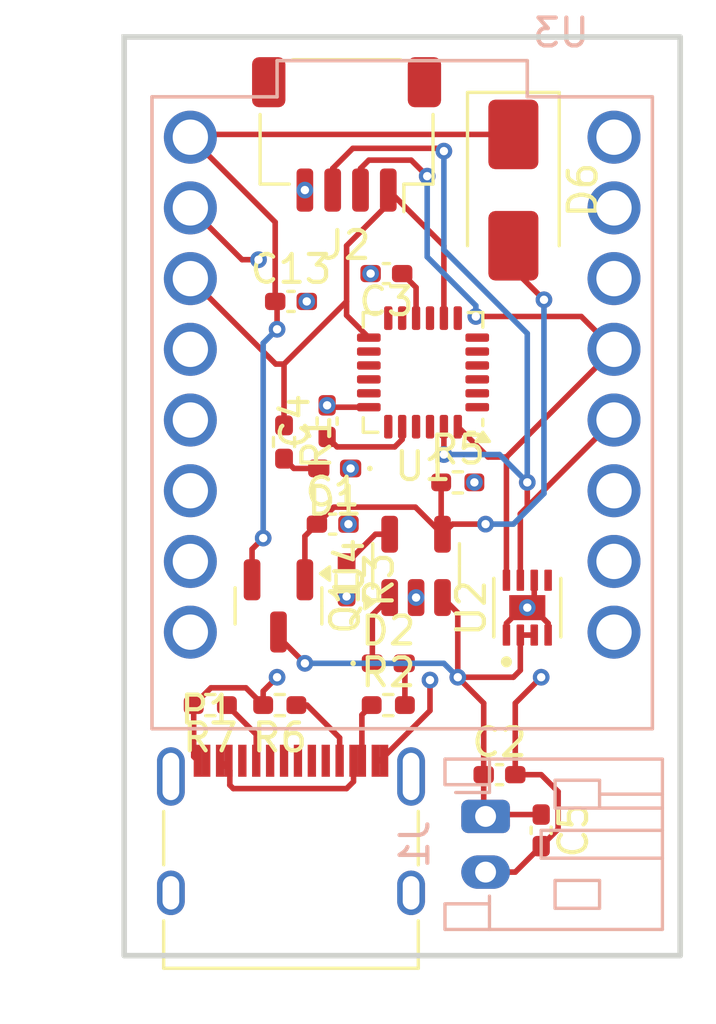
<source format=kicad_pcb>
(kicad_pcb (version 20240108) (generator "pcbnew") (generator_version "8.0")
  (layers (0 "F.Cu" signal) (31 "B.Cu" signal) (34 "B.Paste" user) (35 "F.Paste" user) (36 "B.SilkS" user "B.Silkscreen") (37 "F.SilkS" user "F.Silkscreen") (38 "B.Mask" user) (39 "F.Mask" user) (44 "Edge.Cuts" user))
  (net 0 "")
  (net 1 "SDA")
  (net 2 "SCL")
  (net 3 "+3V3")
  (net 4 "Net-(P1-CC2)")
  (net 5 "Net-(U1-REGOUT)")
  (net 6 "GND")
  (net 7 "Net-(U1-CPOUT)")
  (net 8 "Net-(P1-CC1)")
  (net 9 "+5V")
  (net 10 "+BATT")
  (net 11 "Net-(D2-K)")
  (net 12 "Net-(U4-PROG)")
  (net 27 "VBUS")
  (net 28 "Net-(D1-A)")
  (net 29 "Net-(D2-A)")
  (footprint "Capacitor_SMD:C_0402_1005Metric_Pad0.74x0.62mm_HandSolder" (layer "F.Cu") (at 189.5 64)
    (property "Reference" "C1" (at 0 -1.16 360) (layer "F.SilkS"))
    (property "Value" "4.7uF")
    (fp_line (start -0.115835 -0.36) (end 0.115835 -0.36) (stroke (width 0.12)) (layer "F.SilkS"))
    (fp_line (start -0.115835 0.36) (end 0.115835 0.36) (stroke (width 0.12)) (layer "F.SilkS"))
    (pad "1" smd roundrect (at -0.5675 0) (size 0.735 0.62) (layers "F.Cu" "F.Paste" "F.Mask") (net 27 "VBUS"))
    (pad "2" smd roundrect (at 0.5675 0) (size 0.735 0.62) (layers "F.Cu" "F.Paste" "F.Mask") (net 6 "GND"))
  )
  (footprint "Capacitor_SMD:C_0402_1005Metric_Pad0.74x0.62mm_HandSolder" (layer "F.Cu") (at 191.4325 55)
    (property "Reference" "C3" (at 0 1 360) (layer "F.SilkS"))
    (property "Value" "2.2nF")
    (fp_line (start -0.115835 -0.36) (end 0.115835 -0.36) (stroke (width 0.12)) (layer "F.SilkS"))
    (fp_line (start -0.115835 0.36) (end 0.115835 0.36) (stroke (width 0.12)) (layer "F.SilkS"))
    (pad "1" smd roundrect (at -0.5675 0) (size 0.735 0.62) (layers "F.Cu" "F.Paste" "F.Mask") (net 6 "GND"))
    (pad "2" smd roundrect (at 0.5675 0) (size 0.735 0.62) (layers "F.Cu" "F.Paste" "F.Mask") (net 5 "Net-(U1-REGOUT)"))
  )
  (footprint "Resistor_SMD:R_0402_1005Metric_Pad0.72x0.64mm_HandSolder" (layer "F.Cu") (at 190 66 -90)
    (property "Reference" "R3" (at 0 -1.17 90) (layer "F.SilkS"))
    (property "Value" "2K")
    (fp_line (start -0.167621 0.38) (end 0.167621 0.38) (stroke (width 0.12)) (layer "F.SilkS"))
    (fp_line (start -0.167621 -0.38) (end 0.167621 -0.38) (stroke (width 0.12)) (layer "F.SilkS"))
    (pad "1" smd roundrect (at -0.5975 0 270) (size 0.715 0.64) (layers "F.Cu" "F.Paste" "F.Mask") (net 12 "Net-(U4-PROG)"))
    (pad "2" smd roundrect (at 0.5975 0 270) (size 0.715 0.64) (layers "F.Cu" "F.Paste" "F.Mask") (net 6 "GND"))
  )
  (footprint "Resistor_SMD:R_0402_1005Metric_Pad0.72x0.64mm_HandSolder" (layer "F.Cu") (at 185.0975 70.5 180)
    (property "Reference" "R7" (at 0 -1.17 360) (layer "F.SilkS"))
    (property "Value" "5.1K")
    (fp_line (start -0.167621 0.38) (end 0.167621 0.38) (stroke (width 0.12)) (layer "F.SilkS"))
    (fp_line (start -0.167621 -0.38) (end 0.167621 -0.38) (stroke (width 0.12)) (layer "F.SilkS"))
    (pad "1" smd roundrect (at -0.5975 0 180) (size 0.715 0.64) (layers "F.Cu" "F.Paste" "F.Mask") (net 8 "Net-(P1-CC1)"))
    (pad "2" smd roundrect (at 0.5975 0 180) (size 0.715 0.64) (layers "F.Cu" "F.Paste" "F.Mask") (net 6 "GND"))
  )
  (footprint "Diode_SMD:D_SMA" (layer "F.Cu") (at 196 52 -90)
    (property "Reference" "D6" (at 0 -2.5 90) (layer "F.SilkS"))
    (property "Value" "SS34")
    (fp_line (start -3.51 1.65) (end 2 1.65) (stroke (width 0.12)) (layer "F.SilkS"))
    (fp_line (start -3.51 -1.65) (end -3.51 1.65) (stroke (width 0.12)) (layer "F.SilkS"))
    (fp_line (start -3.51 -1.65) (end 2 -1.65) (stroke (width 0.12)) (layer "F.SilkS"))
    (pad "1" smd roundrect (at -2 0 270) (size 2.5 1.8) (layers "F.Cu" "F.Paste" "F.Mask") (roundrect_rratio 0.1388888889) (net 9 "+5V"))
    (pad "2" smd roundrect (at 2 0 270) (size 2.5 1.8) (layers "F.Cu" "F.Paste" "F.Mask") (roundrect_rratio 0.1388888889) (net 27 "VBUS"))
  )
  (footprint "Sensor_Motion:InvenSense_QFN-24_4x4mm_P0.5mm" (layer "F.Cu") (at 192.75 58.55 180)
    (property "Reference" "U1" (at 0 -3.375 360) (layer "F.SilkS"))
    (property "Value" "MPU-6050")
    (fp_line (start 2.15 2.15) (end 2.15 1.625) (stroke (width 0.12)) (layer "F.SilkS"))
    (fp_line (start 2.15 2.15) (end 1.625 2.15) (stroke (width 0.12)) (layer "F.SilkS"))
    (fp_line (start 2.15 -2.15) (end 2.15 -1.625) (stroke (width 0.12)) (layer "F.SilkS"))
    (fp_line (start 2.15 -2.15) (end 1.625 -2.15) (stroke (width 0.12)) (layer "F.SilkS"))
    (fp_line (start -1.625 -2.15) (end -1.85 -2.15) (stroke (width 0.12)) (layer "F.SilkS"))
    (fp_line (start -2.15 2.15) (end -1.625 2.15) (stroke (width 0.12)) (layer "F.SilkS"))
    (fp_line (start -2.15 2.15) (end -2.15 1.625) (stroke (width 0.12)) (layer "F.SilkS"))
    (fp_line (start -2.15 -1.685) (end -2.15 -1.91) (stroke (width 0.12)) (layer "F.SilkS"))
    (fp_poly (pts (xy -2.15 -2.15) (xy -2.39 -2.48) (xy -1.91 -2.48) (xy -2.15 -2.15)) (stroke (width 0.12)) (fill solid) (layer "F.SilkS"))
    (pad "1" smd roundrect (at -1.95 -1.25 180) (size 0.85 0.3) (layers "F.Cu" "F.Paste" "F.Mask"))
    (pad "2" smd roundrect (at -1.95 -0.75 180) (size 0.85 0.3) (layers "F.Cu" "F.Paste" "F.Mask"))
    (pad "3" smd roundrect (at -1.95 -0.25 180) (size 0.85 0.3) (layers "F.Cu" "F.Paste" "F.Mask"))
    (pad "4" smd roundrect (at -1.95 0.25 180) (size 0.85 0.3) (layers "F.Cu" "F.Paste" "F.Mask"))
    (pad "5" smd roundrect (at -1.95 0.75 180) (size 0.85 0.3) (layers "F.Cu" "F.Paste" "F.Mask"))
    (pad "6" smd roundrect (at -1.95 1.25 180) (size 0.85 0.3) (layers "F.Cu" "F.Paste" "F.Mask"))
    (pad "7" smd roundrect (at -1.25 1.95 270) (size 0.85 0.3) (layers "F.Cu" "F.Paste" "F.Mask"))
    (pad "8" smd roundrect (at -0.75 1.95 270) (size 0.85 0.3) (layers "F.Cu" "F.Paste" "F.Mask") (net 3 "+3V3"))
    (pad "9" smd roundrect (at -0.25 1.95 270) (size 0.85 0.3) (layers "F.Cu" "F.Paste" "F.Mask"))
    (pad "10" smd roundrect (at 0.25 1.95 270) (size 0.85 0.3) (layers "F.Cu" "F.Paste" "F.Mask") (net 5 "Net-(U1-REGOUT)"))
    (pad "11" smd roundrect (at 0.75 1.95 270) (size 0.85 0.3) (layers "F.Cu" "F.Paste" "F.Mask"))
    (pad "12" smd roundrect (at 1.25 1.95 270) (size 0.85 0.3) (layers "F.Cu" "F.Paste" "F.Mask"))
    (pad "13" smd roundrect (at 1.95 1.25 180) (size 0.85 0.3) (layers "F.Cu" "F.Paste" "F.Mask") (net 3 "+3V3"))
    (pad "14" smd roundrect (at 1.95 0.75 180) (size 0.85 0.3) (layers "F.Cu" "F.Paste" "F.Mask"))
    (pad "15" smd roundrect (at 1.95 0.25 180) (size 0.85 0.3) (layers "F.Cu" "F.Paste" "F.Mask"))
    (pad "16" smd roundrect (at 1.95 -0.25 180) (size 0.85 0.3) (layers "F.Cu" "F.Paste" "F.Mask"))
    (pad "17" smd roundrect (at 1.95 -0.75 180) (size 0.85 0.3) (layers "F.Cu" "F.Paste" "F.Mask"))
    (pad "18" smd roundrect (at 1.95 -1.25 180) (size 0.85 0.3) (layers "F.Cu" "F.Paste" "F.Mask") (net 6 "GND"))
    (pad "19" smd roundrect (at 1.25 -1.95 270) (size 0.85 0.3) (layers "F.Cu" "F.Paste" "F.Mask"))
    (pad "20" smd roundrect (at 0.75 -1.95 270) (size 0.85 0.3) (layers "F.Cu" "F.Paste" "F.Mask") (net 7 "Net-(U1-CPOUT)"))
    (pad "21" smd roundrect (at 0.25 -1.95 270) (size 0.85 0.3) (layers "F.Cu" "F.Paste" "F.Mask"))
    (pad "22" smd roundrect (at -0.25 -1.95 270) (size 0.85 0.3) (layers "F.Cu" "F.Paste" "F.Mask"))
    (pad "23" smd roundrect (at -0.75 -1.95 270) (size 0.85 0.3) (layers "F.Cu" "F.Paste" "F.Mask") (net 2 "SCL"))
    (pad "24" smd roundrect (at -1.25 -1.95 270) (size 0.85 0.3) (layers "F.Cu" "F.Paste" "F.Mask") (net 1 "SDA"))
  )
  (footprint "Capacitor_SMD:C_0402_1005Metric_Pad0.74x0.62mm_HandSolder" (layer "F.Cu") (at 197 75 -90)
    (property "Reference" "C5" (at 0 -1.16 90) (layer "F.SilkS"))
    (property "Value" "1.0uF")
    (fp_line (start -0.115835 0.36) (end 0.115835 0.36) (stroke (width 0.12)) (layer "F.SilkS"))
    (fp_line (start -0.115835 -0.36) (end 0.115835 -0.36) (stroke (width 0.12)) (layer "F.SilkS"))
    (pad "1" smd roundrect (at -0.5675 0 270) (size 0.735 0.62) (layers "F.Cu" "F.Paste" "F.Mask") (net 10 "+BATT"))
    (pad "2" smd roundrect (at 0.5675 0 270) (size 0.735 0.62) (layers "F.Cu" "F.Paste" "F.Mask") (net 6 "GND"))
  )
  (footprint "Capacitor_SMD:C_0402_1005Metric_Pad0.74x0.62mm_HandSolder" (layer "F.Cu") (at 189.3 60.3 90)
    (property "Reference" "C4" (at 0 -1.16 90) (layer "F.SilkS"))
    (property "Value" "0.1uF")
    (fp_line (start -0.115835 -0.36) (end 0.115835 -0.36) (stroke (width 0.12)) (layer "F.SilkS"))
    (fp_line (start -0.115835 0.36) (end 0.115835 0.36) (stroke (width 0.12)) (layer "F.SilkS"))
    (pad "1" smd roundrect (at -0.5675 0 90) (size 0.735 0.62) (layers "F.Cu" "F.Paste" "F.Mask") (net 7 "Net-(U1-CPOUT)"))
    (pad "2" smd roundrect (at 0.5675 0 90) (size 0.735 0.62) (layers "F.Cu" "F.Paste" "F.Mask") (net 6 "GND"))
  )
  (footprint "Package_TO_SOT_SMD:SOT-23-5" (layer "F.Cu") (at 192.5 65.5 90)
    (property "Reference" "U4" (at 0 -2.4 90) (layer "F.SilkS"))
    (property "Value" "MCP73831-2-OT")
    (fp_line (start 0 -1.56) (end 0.8 -1.56) (stroke (width 0.12)) (layer "F.SilkS"))
    (fp_line (start 0 -1.56) (end -0.8 -1.56) (stroke (width 0.12)) (layer "F.SilkS"))
    (fp_line (start 0 1.56) (end 0.8 1.56) (stroke (width 0.12)) (layer "F.SilkS"))
    (fp_line (start 0 1.56) (end -0.8 1.56) (stroke (width 0.12)) (layer "F.SilkS"))
    (fp_poly (pts (xy -1.3 -1.51) (xy -1.54 -1.84) (xy -1.06 -1.84) (xy -1.3 -1.51)) (stroke (width 0.12)) (fill solid) (layer "F.SilkS"))
    (pad "1" smd roundrect (at -1.1375 -0.95 90) (size 1.325 0.6) (layers "F.Cu" "F.Paste" "F.Mask") (net 11 "Net-(D2-K)"))
    (pad "2" smd roundrect (at -1.1375 0 90) (size 1.325 0.6) (layers "F.Cu" "F.Paste" "F.Mask") (net 6 "GND"))
    (pad "3" smd roundrect (at -1.1375 0.95 90) (size 1.325 0.6) (layers "F.Cu" "F.Paste" "F.Mask") (net 10 "+BATT"))
    (pad "4" smd roundrect (at 1.1375 0.95 90) (size 1.325 0.6) (layers "F.Cu" "F.Paste" "F.Mask") (net 27 "VBUS"))
    (pad "5" smd roundrect (at 1.1375 -0.95 90) (size 1.325 0.6) (layers "F.Cu" "F.Paste" "F.Mask") (net 12 "Net-(U4-PROG)"))
  )
  (footprint "LED_SMD:LED_0402_1005Metric_Pad0.77x0.64mm_HandSolder" (layer "F.Cu") (at 191.5 69)
    (property "Reference" "D2" (at 0 -1.17 0) (layer "F.SilkS"))
    (property "Value" "LED")
    (fp_circle (center -1.265 0) (end -1.215 0) (stroke (width 0.1)) (fill none) (layer "F.SilkS"))
    (pad "1" smd roundrect (at -0.5725 0) (size 0.765 0.64) (layers "F.Cu" "F.Paste" "F.Mask") (net 11 "Net-(D2-K)"))
    (pad "2" smd roundrect (at 0.5725 0) (size 0.765 0.64) (layers "F.Cu" "F.Paste" "F.Mask") (net 29 "Net-(D2-A)"))
  )
  (footprint "Resistor_SMD:R_0402_1005Metric_Pad0.72x0.64mm_HandSolder" (layer "F.Cu") (at 191.5 70.5)
    (property "Reference" "R2" (at 0 -1.17 360) (layer "F.SilkS"))
    (property "Value" "1K")
    (fp_line (start -0.167621 -0.38) (end 0.167621 -0.38) (stroke (width 0.12)) (layer "F.SilkS"))
    (fp_line (start -0.167621 0.38) (end 0.167621 0.38) (stroke (width 0.12)) (layer "F.SilkS"))
    (pad "1" smd roundrect (at -0.5975 0) (size 0.715 0.64) (layers "F.Cu" "F.Paste" "F.Mask") (net 27 "VBUS"))
    (pad "2" smd roundrect (at 0.5975 0) (size 0.715 0.64) (layers "F.Cu" "F.Paste" "F.Mask") (net 29 "Net-(D2-A)"))
  )
  (footprint "Custom:SON50P200X200X80-9N" (layer "F.Cu") (at 196.5 67 90)
    (property "Reference" "U2" (at -0.015 -2.017 90) (layer "F.SilkS"))
    (property "Value" "MAX17048G_T10")
    (fp_line (start -1.05 -1.205) (end 1.05 -1.205) (stroke (width 0.127)) (layer "F.SilkS"))
    (fp_line (start -1.05 1.205) (end 1.05 1.205) (stroke (width 0.127)) (layer "F.SilkS"))
    (fp_circle (center -1.945 -0.75) (end -1.845 -0.75) (stroke (width 0.2)) (fill none) (layer "F.SilkS"))
    (pad "1" smd roundrect (at -0.985 -0.75 90) (size 0.76 0.27) (layers "F.Cu" "F.Paste" "F.Mask") (roundrect_rratio 0.125) (net 6 "GND"))
    (pad "2" smd roundrect (at -0.985 -0.25 90) (size 0.76 0.27) (layers "F.Cu" "F.Paste" "F.Mask") (roundrect_rratio 0.125) (net 10 "+BATT"))
    (pad "3" smd roundrect (at -0.985 0.25 90) (size 0.76 0.27) (layers "F.Cu" "F.Paste" "F.Mask") (roundrect_rratio 0.125) (net 10 "+BATT"))
    (pad "4" smd roundrect (at -0.985 0.75 90) (size 0.76 0.27) (layers "F.Cu" "F.Paste" "F.Mask") (roundrect_rratio 0.125) (net 6 "GND"))
    (pad "5" smd roundrect (at 0.985 0.75 90) (size 0.76 0.27) (layers "F.Cu" "F.Paste" "F.Mask") (roundrect_rratio 0.125))
    (pad "6" smd roundrect (at 0.985 0.25 90) (size 0.76 0.27) (layers "F.Cu" "F.Paste" "F.Mask") (roundrect_rratio 0.125) (net 6 "GND"))
    (pad "7" smd roundrect (at 0.985 -0.25 90) (size 0.76 0.27) (layers "F.Cu" "F.Paste" "F.Mask") (roundrect_rratio 0.125) (net 2 "SCL"))
    (pad "8" smd roundrect (at 0.985 -0.75 90) (size 0.76 0.27) (layers "F.Cu" "F.Paste" "F.Mask") (roundrect_rratio 0.125) (net 1 "SDA"))
    (pad "9" smd rect (at 0 0 90) (size 0.9 1.3) (layers "F.Cu" "F.Mask") (net 6 "GND"))
  )
  (footprint "LED_SMD:LED_0402_1005Metric_Pad0.77x0.64mm_HandSolder" (layer "F.Cu") (at 189.5725 62 180)
    (property "Reference" "D1" (at 0 -1.17 360) (layer "F.SilkS"))
    (property "Value" "LED")
    (fp_circle (center -1.265 0) (end -1.215 0) (stroke (width 0.1)) (fill none) (layer "F.SilkS"))
    (pad "1" smd roundrect (at -0.5725 0 180) (size 0.765 0.64) (layers "F.Cu" "F.Paste" "F.Mask") (net 6 "GND"))
    (pad "2" smd roundrect (at 0.5725 0 180) (size 0.765 0.64) (layers "F.Cu" "F.Paste" "F.Mask") (net 28 "Net-(D1-A)"))
  )
  (footprint "Capacitor_SMD:C_0402_1005Metric_Pad0.74x0.62mm_HandSolder" (layer "F.Cu") (at 195.5 73)
    (property "Reference" "C2" (at 0 -1.16 360) (layer "F.SilkS"))
    (property "Value" "4.7uF")
    (fp_line (start -0.115835 -0.36) (end 0.115835 -0.36) (stroke (width 0.12)) (layer "F.SilkS"))
    (fp_line (start -0.115835 0.36) (end 0.115835 0.36) (stroke (width 0.12)) (layer "F.SilkS"))
    (pad "1" smd roundrect (at -0.5675 0) (size 0.735 0.62) (layers "F.Cu" "F.Paste" "F.Mask") (net 10 "+BATT"))
    (pad "2" smd roundrect (at 0.5675 0) (size 0.735 0.62) (layers "F.Cu" "F.Paste" "F.Mask") (net 6 "GND"))
  )
  (footprint "Resistor_SMD:R_0402_1005Metric_Pad0.72x0.64mm_HandSolder" (layer "F.Cu") (at 187.75 61.05 -90)
    (property "Reference" "R1" (at 0 -1.17 90) (layer "F.SilkS"))
    (property "Value" "1K")
    (fp_line (start -0.167621 0.38) (end 0.167621 0.38) (stroke (width 0.12)) (layer "F.SilkS"))
    (fp_line (start -0.167621 -0.38) (end 0.167621 -0.38) (stroke (width 0.12)) (layer "F.SilkS"))
    (pad "1" smd roundrect (at -0.5975 0 270) (size 0.715 0.64) (layers "F.Cu" "F.Paste" "F.Mask") (net 3 "+3V3"))
    (pad "2" smd roundrect (at 0.5975 0 270) (size 0.715 0.64) (layers "F.Cu" "F.Paste" "F.Mask") (net 28 "Net-(D1-A)"))
  )
  (footprint "Package_TO_SOT_SMD:SOT-23" (layer "F.Cu") (at 187.55 66.9375 -90)
    (property "Reference" "Q1" (at 0 -2.4 90) (layer "F.SilkS"))
    (property "Value" "AO3401A")
    (fp_line (start 0 1.56) (end -0.65 1.56) (stroke (width 0.12)) (layer "F.SilkS"))
    (fp_line (start 0 1.56) (end 0.65 1.56) (stroke (width 0.12)) (layer "F.SilkS"))
    (fp_line (start 0 -1.56) (end -0.65 -1.56) (stroke (width 0.12)) (layer "F.SilkS"))
    (fp_line (start 0 -1.56) (end 0.65 -1.56) (stroke (width 0.12)) (layer "F.SilkS"))
    (fp_poly (pts (xy -1.1625 -1.51) (xy -1.4025 -1.84) (xy -0.9225 -1.84) (xy -1.1625 -1.51)) (stroke (width 0.12)) (fill solid) (layer "F.SilkS"))
    (pad "1" smd roundrect (at -0.9375 -0.95 270) (size 1.475 0.6) (layers "F.Cu" "F.Paste" "F.Mask") (net 27 "VBUS"))
    (pad "2" smd roundrect (at -0.9375 0.95 270) (size 1.475 0.6) (layers "F.Cu" "F.Paste" "F.Mask") (net 9 "+5V"))
    (pad "3" smd roundrect (at 0.9375 0 270) (size 1.475 0.6) (layers "F.Cu" "F.Paste" "F.Mask") (net 10 "+BATT"))
  )
  (footprint "Connector_USB:USB_C_Receptacle_XKB_U262-16XN-4BVC11" (layer "F.Cu") (at 188 76.17)
    (property "Reference" "P1" (at -3 -5.5 360) (layer "F.SilkS"))
    (property "Value" "USB_C_Plug_USB2.0")
    (fp_line (start -4.58 -1.85) (end -4.58 0.07) (stroke (width 0.12)) (layer "F.SilkS"))
    (fp_line (start -4.58 3.785) (end -4.58 2.08) (stroke (width 0.12)) (layer "F.SilkS"))
    (fp_line (start 4.58 0.07) (end 4.58 -1.85) (stroke (width 0.12)) (layer "F.SilkS"))
    (fp_line (start 4.58 2.08) (end 4.58 3.785) (stroke (width 0.12)) (layer "F.SilkS"))
    (fp_line (start 4.58 3.785) (end -4.58 3.785) (stroke (width 0.12)) (layer "F.SilkS"))
    (pad "" np_thru_hole circle (at -2.89 -2.605) (size 0.65 0.65) (drill 0.65) (layers "*.Cu" "*.Mask"))
    (pad "" np_thru_hole circle (at 2.89 -2.605) (size 0.65 0.65) (drill 0.65) (layers "*.Cu" "*.Mask"))
    (pad "A1" smd rect (at -3.35 -3.67) (size 0.3 1.15) (layers "F.Cu" "F.Paste" "F.Mask") (net 6 "GND"))
    (pad "A4" smd rect (at -2.55 -3.67) (size 0.3 1.15) (layers "F.Cu" "F.Paste" "F.Mask") (net 27 "VBUS"))
    (pad "A5" smd rect (at -1.25 -3.67) (size 0.3 1.15) (layers "F.Cu" "F.Paste" "F.Mask") (net 8 "Net-(P1-CC1)"))
    (pad "A6" smd rect (at -0.25 -3.67) (size 0.3 1.15) (layers "F.Cu" "F.Paste" "F.Mask"))
    (pad "A7" smd rect (at 0.25 -3.67) (size 0.3 1.15) (layers "F.Cu" "F.Paste" "F.Mask"))
    (pad "A8" smd rect (at 1.25 -3.67) (size 0.3 1.15) (layers "F.Cu" "F.Paste" "F.Mask"))
    (pad "A9" smd rect (at 2.55 -3.67) (size 0.3 1.15) (layers "F.Cu" "F.Paste" "F.Mask") (net 27 "VBUS"))
    (pad "A12" smd rect (at 3.35 -3.67) (size 0.3 1.15) (layers "F.Cu" "F.Paste" "F.Mask") (net 6 "GND"))
    (pad "B1" smd rect (at 3.05 -3.67) (size 0.3 1.15) (layers "F.Cu" "F.Paste" "F.Mask") (net 6 "GND"))
    (pad "B4" smd rect (at 2.25 -3.67) (size 0.3 1.15) (layers "F.Cu" "F.Paste" "F.Mask") (net 27 "VBUS"))
    (pad "B5" smd rect (at 1.75 -3.67) (size 0.3 1.15) (layers "F.Cu" "F.Paste" "F.Mask") (net 4 "Net-(P1-CC2)"))
    (pad "B6" smd rect (at 0.75 -3.67) (size 0.3 1.15) (layers "F.Cu" "F.Paste" "F.Mask"))
    (pad "B7" smd rect (at -0.75 -3.67) (size 0.3 1.15) (layers "F.Cu" "F.Paste" "F.Mask"))
    (pad "B8" smd rect (at -1.75 -3.67) (size 0.3 1.15) (layers "F.Cu" "F.Paste" "F.Mask"))
    (pad "B9" smd rect (at -2.25 -3.67) (size 0.3 1.15) (layers "F.Cu" "F.Paste" "F.Mask") (net 27 "VBUS"))
    (pad "B12" smd rect (at -3.05 -3.67) (size 0.3 1.15) (layers "F.Cu" "F.Paste" "F.Mask") (net 6 "GND"))
    (pad "S1" thru_hole oval (at -4.32 -3.105) (size 1 2.1) (drill oval 0.6 1.7) (property pad_prop_heatsink) (layers "*.Cu" "*.Mask"))
    (pad "S1" thru_hole oval (at -4.32 1.075) (size 1 1.6) (drill oval 0.6 1.2) (property pad_prop_heatsink) (layers "*.Cu" "*.Mask"))
    (pad "S1" thru_hole oval (at 4.32 -3.105) (size 1 2.1) (drill oval 0.6 1.7) (property pad_prop_heatsink) (layers "*.Cu" "*.Mask"))
    (pad "S1" thru_hole oval (at 4.32 1.075) (size 1 1.6) (drill oval 0.6 1.2) (property pad_prop_heatsink) (layers "*.Cu" "*.Mask"))
  )
  (footprint "Capacitor_SMD:C_0402_1005Metric_Pad0.74x0.62mm_HandSolder" (layer "F.Cu") (at 188 56)
    (property "Reference" "C13" (at 0 -1.16 0) (layer "F.SilkS"))
    (property "Value" "1.0uF")
    (fp_line (start -0.115835 -0.36) (end 0.115835 -0.36) (stroke (width 0.12)) (layer "F.SilkS"))
    (fp_line (start -0.115835 0.36) (end 0.115835 0.36) (stroke (width 0.12)) (layer "F.SilkS"))
    (pad "1" smd roundrect (at -0.5675 0) (size 0.735 0.62) (layers "F.Cu" "F.Paste" "F.Mask") (net 9 "+5V"))
    (pad "2" smd roundrect (at 0.5675 0) (size 0.735 0.62) (layers "F.Cu" "F.Paste" "F.Mask") (net 6 "GND"))
  )
  (footprint "Resistor_SMD:R_0402_1005Metric_Pad0.72x0.64mm_HandSolder" (layer "F.Cu") (at 194 62.5)
    (property "Reference" "R5" (at 0 -1.17 360) (layer "F.SilkS"))
    (property "Value" "10K")
    (fp_line (start -0.167621 -0.38) (end 0.167621 -0.38) (stroke (width 0.12)) (layer "F.SilkS"))
    (fp_line (start -0.167621 0.38) (end 0.167621 0.38) (stroke (width 0.12)) (layer "F.SilkS"))
    (pad "1" smd roundrect (at -0.5975 0) (size 0.715 0.64) (layers "F.Cu" "F.Paste" "F.Mask") (net 27 "VBUS"))
    (pad "2" smd roundrect (at 0.5975 0) (size 0.715 0.64) (layers "F.Cu" "F.Paste" "F.Mask") (net 6 "GND"))
  )
  (footprint "Connector_JST:JST_SH_SM04B-SRSS-TB_1x04-1MP_P1.00mm_Horizontal" (layer "F.Cu") (at 190 50 180)
    (property "Reference" "J2" (at 0 -3.98 360) (layer "F.SilkS"))
    (property "Value" "Sh 1.0")
    (fp_line (start 3.11 0.715) (end 3.11 -1.785) (stroke (width 0.12)) (layer "F.SilkS"))
    (fp_line (start 3.11 -1.785) (end 2.06 -1.785) (stroke (width 0.12)) (layer "F.SilkS"))
    (fp_line (start -1.94 2.685) (end 1.94 2.685) (stroke (width 0.12)) (layer "F.SilkS"))
    (fp_line (start -2.06 -1.785) (end -2.06 -2.775) (stroke (width 0.12)) (layer "F.SilkS"))
    (fp_line (start -3.11 0.715) (end -3.11 -1.785) (stroke (width 0.12)) (layer "F.SilkS"))
    (fp_line (start -3.11 -1.785) (end -2.06 -1.785) (stroke (width 0.12)) (layer "F.SilkS"))
    (pad "1" smd roundrect (at -1.5 -2 180) (size 0.6 1.55) (layers "F.Cu" "F.Paste" "F.Mask") (net 3 "+3V3"))
    (pad "2" smd roundrect (at -0.5 -2 180) (size 0.6 1.55) (layers "F.Cu" "F.Paste" "F.Mask") (net 1 "SDA"))
    (pad "3" smd roundrect (at 0.5 -2 180) (size 0.6 1.55) (layers "F.Cu" "F.Paste" "F.Mask") (net 2 "SCL"))
    (pad "4" smd roundrect (at 1.5 -2 180) (size 0.6 1.55) (layers "F.Cu" "F.Paste" "F.Mask") (net 6 "GND"))
    (pad "MP" smd roundrect (at -2.8 1.875 180) (size 1.2 1.8) (layers "F.Cu" "F.Paste" "F.Mask") (roundrect_rratio 0.208333))
    (pad "MP" smd roundrect (at 2.8 1.875 180) (size 1.2 1.8) (layers "F.Cu" "F.Paste" "F.Mask") (roundrect_rratio 0.208333))
  )
  (footprint "Resistor_SMD:R_0402_1005Metric_Pad0.72x0.64mm_HandSolder" (layer "F.Cu") (at 187.5975 70.5 180)
    (property "Reference" "R6" (at 0 -1.17 360) (layer "F.SilkS"))
    (property "Value" "5.1K")
    (fp_line (start -0.167621 0.38) (end 0.167621 0.38) (stroke (width 0.12)) (layer "F.SilkS"))
    (fp_line (start -0.167621 -0.38) (end 0.167621 -0.38) (stroke (width 0.12)) (layer "F.SilkS"))
    (pad "1" smd roundrect (at -0.5975 0 180) (size 0.715 0.64) (layers "F.Cu" "F.Paste" "F.Mask") (net 4 "Net-(P1-CC2)"))
    (pad "2" smd roundrect (at 0.5975 0 180) (size 0.715 0.64) (layers "F.Cu" "F.Paste" "F.Mask") (net 6 "GND"))
  )
  (footprint "Custom:ESP32C3_Supermini_THT" (layer "B.Cu") (at 192 60 180)
    (property "Reference" "U3" (at -5.715 13.6525 0) (layer "B.SilkS") (effects (justify mirror)))
    (property "Value" "ESP32C3_SuperMini")
    (fp_line (start 9 11.35) (end 9 -11.35) (stroke (width 0.127)) (layer "B.SilkS"))
    (fp_line (start 4.5 11.35) (end 9 11.35) (stroke (width 0.127)) (layer "B.SilkS"))
    (fp_line (start 4.5 11.35) (end 4.5 12.65) (stroke (width 0.127)) (layer "B.SilkS"))
    (fp_line (start -4.5 12.65) (end 4.5 12.65) (stroke (width 0.127)) (layer "B.SilkS"))
    (fp_line (start -4.5 11.35) (end -4.5 12.65) (stroke (width 0.127)) (layer "B.SilkS"))
    (fp_line (start -9 11.35) (end -4.5 11.35) (stroke (width 0.127)) (layer "B.SilkS"))
    (fp_line (start -9 11.35) (end -9 -11.35) (stroke (width 0.127)) (layer "B.SilkS"))
    (fp_line (start -9 -11.35) (end 9 -11.35) (stroke (width 0.127)) (layer "B.SilkS"))
    (pad "0" thru_hole circle (at 7.62 -7.88 180) (size 1.905 1.905) (drill 1.27) (layers "*.Cu" "*.Mask"))
    (pad "1" thru_hole circle (at 7.62 -5.34 180) (size 1.905 1.905) (drill 1.27) (layers "*.Cu" "*.Mask"))
    (pad "2" thru_hole circle (at 7.62 -2.8 180) (size 1.905 1.905) (drill 1.27) (layers "*.Cu" "*.Mask"))
    (pad "3" thru_hole circle (at 7.62 -0.26 180) (size 1.905 1.905) (drill 1.27) (layers "*.Cu" "*.Mask"))
    (pad "3.3" thru_hole circle (at 7.62 4.82 180) (size 1.905 1.905) (drill 1.27) (layers "*.Cu" "*.Mask") (net 3 "+3V3"))
    (pad "4" thru_hole circle (at 7.62 2.28 180) (size 1.905 1.905) (drill 1.27) (layers "*.Cu" "*.Mask"))
    (pad "5" thru_hole circle (at -7.62 9.9 180) (size 1.905 1.905) (drill 1.27) (layers "*.Cu" "*.Mask"))
    (pad "5V" thru_hole circle (at 7.62 9.9 180) (size 1.905 1.905) (drill 1.27) (layers "*.Cu" "*.Mask") (net 9 "+5V"))
    (pad "6" thru_hole circle (at -7.62 7.36 180) (size 1.905 1.905) (drill 1.27) (layers "*.Cu" "*.Mask"))
    (pad "7" thru_hole circle (at -7.62 4.82 180) (size 1.905 1.905) (drill 1.27) (layers "*.Cu" "*.Mask"))
    (pad "8" thru_hole circle (at -7.62 2.28 180) (size 1.905 1.905) (drill 1.27) (layers "*.Cu" "*.Mask") (net 1 "SDA"))
    (pad "9" thru_hole circle (at -7.62 -0.26 180) (size 1.905 1.905) (drill 1.27) (layers "*.Cu" "*.Mask") (net 2 "SCL"))
    (pad "10" thru_hole circle (at -7.62 -2.8 180) (size 1.905 1.905) (drill 1.27) (layers "*.Cu" "*.Mask"))
    (pad "20" thru_hole circle (at -7.62 -5.34 180) (size 1.905 1.905) (drill 1.27) (layers "*.Cu" "*.Mask"))
    (pad "21" thru_hole circle (at -7.62 -7.88 180) (size 1.905 1.905) (drill 1.27) (layers "*.Cu" "*.Mask"))
    (pad "G" thru_hole circle (at 7.62 7.36 180) (size 1.905 1.905) (drill 1.27) (layers "*.Cu" "*.Mask") (net 6 "GND"))
  )
  (footprint "Connector_JST:JST_PH_S2B-PH-K_1x02_P2.00mm_Horizontal" (layer "B.Cu") (at 195 74.5 -90)
    (property "Reference" "J1" (at 1 2.55 90) (layer "B.SilkS") (effects (justify mirror)))
    (property "Value" "Ph 2.0")
    (fp_line (start -2.06 1.46) (end -1.14 1.46) (stroke (width 0.12)) (layer "B.SilkS"))
    (fp_line (start -1.14 1.46) (end -1.14 -0.14) (stroke (width 0.12)) (layer "B.SilkS"))
    (fp_line (start 3.14 1.46) (end 4.06 1.46) (stroke (width 0.12)) (layer "B.SilkS"))
    (fp_line (start 4.06 1.46) (end 4.06 -6.36) (stroke (width 0.12)) (layer "B.SilkS"))
    (fp_line (start -0.86 1.075) (end -0.86 -0.14) (stroke (width 0.12)) (layer "B.SilkS"))
    (fp_line (start -1.14 -0.14) (end -2.06 -0.14) (stroke (width 0.12)) (layer "B.SilkS"))
    (fp_line (start -1.14 -0.14) (end -0.86 -0.14) (stroke (width 0.12)) (layer "B.SilkS"))
    (fp_line (start 2.86 -0.14) (end 3.14 -0.14) (stroke (width 0.12)) (layer "B.SilkS"))
    (fp_line (start 3.14 -0.14) (end 3.14 1.46) (stroke (width 0.12)) (layer "B.SilkS"))
    (fp_line (start 3.14 -0.14) (end 4.06 -0.14) (stroke (width 0.12)) (layer "B.SilkS"))
    (fp_line (start 0.5 -2) (end 0.5 -6.36) (stroke (width 0.12)) (layer "B.SilkS"))
    (fp_line (start 1.5 -2) (end 0.5 -2) (stroke (width 0.12)) (layer "B.SilkS"))
    (fp_line (start -1.3 -2.5) (end -0.3 -2.5) (stroke (width 0.12)) (layer "B.SilkS"))
    (fp_line (start -0.3 -2.5) (end -0.3 -4.1) (stroke (width 0.12)) (layer "B.SilkS"))
    (fp_line (start 2.3 -2.5) (end 2.3 -4.1) (stroke (width 0.12)) (layer "B.SilkS"))
    (fp_line (start 3.3 -2.5) (end 2.3 -2.5) (stroke (width 0.12)) (layer "B.SilkS"))
    (fp_line (start -1.3 -4.1) (end -1.3 -2.5) (stroke (width 0.12)) (layer "B.SilkS"))
    (fp_line (start -0.3 -4.1) (end -1.3 -4.1) (stroke (width 0.12)) (layer "B.SilkS"))
    (fp_line (start 2.3 -4.1) (end 3.3 -4.1) (stroke (width 0.12)) (layer "B.SilkS"))
    (fp_line (start 3.3 -4.1) (end 3.3 -2.5) (stroke (width 0.12)) (layer "B.SilkS"))
    (fp_line (start -2.06 -6.36) (end -2.06 1.46) (stroke (width 0.12)) (layer "B.SilkS"))
    (fp_line (start -0.8 -6.36) (end -0.8 -4.1) (stroke (width 0.12)) (layer "B.SilkS"))
    (fp_line (start -0.3 -6.36) (end -0.3 -4.1) (stroke (width 0.12)) (layer "B.SilkS"))
    (fp_line (start 1.5 -6.36) (end 1.5 -2) (stroke (width 0.12)) (layer "B.SilkS"))
    (fp_line (start 4.06 -6.36) (end -2.06 -6.36) (stroke (width 0.12)) (layer "B.SilkS"))
    (pad "1" thru_hole roundrect (at 0 0 270) (size 1.2 1.75) (drill 0.75) (layers "*.Cu" "*.Mask") (roundrect_rratio 0.208333) (net 10 "+BATT"))
    (pad "2" thru_hole oval (at 2 0 270) (size 1.2 1.75) (drill 0.75) (layers "*.Cu" "*.Mask") (net 6 "GND"))
  )
  (gr_rect (start 182 46.5) (end 202 79.5) (stroke (width 0.2)) (fill none) (layer "Edge.Cuts"))
  (segment (start 190.5 51.225001) (end 190.800001 50.925) (width 0.2) (layer "F.Cu") (net 1))
  (segment (start 195.75 66.015) (end 195.75 61.59) (width 0.2) (layer "F.Cu") (net 1))
  (segment (start 190.5 52) (end 190.5 51.225001) (width 0.2) (layer "F.Cu") (net 1))
  (segment (start 190.800001 50.925) (end 192.325 50.925) (width 0.2) (layer "F.Cu") (net 1))
  (segment (start 198.440535 56.540535) (end 199.62 57.72) (width 0.2) (layer "F.Cu") (net 1))
  (segment (start 194.649999 56.540535) (end 198.440535 56.540535) (width 0.2) (layer "F.Cu") (net 1))
  (segment (start 195.75 61.59) (end 199.62 57.72) (width 0.2) (layer "F.Cu") (net 1))
  (segment (start 194 60.5) (end 195.09 61.59) (width 0.2) (layer "F.Cu") (net 1))
  (segment (start 192.325 50.925) (end 192.9 51.5) (width 0.2) (layer "F.Cu") (net 1))
  (segment (start 195.09 61.59) (end 195.75 61.59) (width 0.2) (layer "F.Cu") (net 1))
  (via (at 194.649999 56.540535) (size 0.6) (drill 0.3) (layers "F.Cu" "B.Cu") (net 1))
  (via (at 192.9 51.5) (size 0.6) (drill 0.3) (layers "F.Cu" "B.Cu") (net 1))
  (segment (start 192.9 54.4) (end 194.649999 56.149999) (width 0.2) (layer "B.Cu") (net 1))
  (segment (start 194.649999 56.149999) (end 194.649999 56.540535) (width 0.2) (layer "B.Cu") (net 1))
  (segment (start 192.9 51.5) (end 192.9 54.4) (width 0.2) (layer "B.Cu") (net 1))
  (segment (start 189.5 52) (end 189.5 51.225001) (width 0.2) (layer "F.Cu") (net 2))
  (segment (start 196.5 63.38) (end 196.5 62.5) (width 0.2) (layer "F.Cu") (net 2))
  (segment (start 193.5 60.5) (end 193.5 61.5) (width 0.2) (layer "F.Cu") (net 2))
  (segment (start 196.25 63.63) (end 199.62 60.26) (width 0.2) (layer "F.Cu") (net 2))
  (segment (start 190.225001 50.5) (end 193.4 50.5) (width 0.2) (layer "F.Cu") (net 2))
  (segment (start 193.4 50.5) (end 193.5 50.6) (width 0.2) (layer "F.Cu") (net 2))
  (segment (start 196.25 63.63) (end 196.5 63.38) (width 0.2) (layer "F.Cu") (net 2))
  (segment (start 196.25 66.015) (end 196.25 63.63) (width 0.2) (layer "F.Cu") (net 2))
  (segment (start 189.5 51.225001) (end 190.225001 50.5) (width 0.2) (layer "F.Cu") (net 2))
  (via (at 193.5 61.5) (size 0.6) (drill 0.3) (layers "F.Cu" "B.Cu") (net 2))
  (via (at 196.5 62.5) (size 0.6) (drill 0.3) (layers "F.Cu" "B.Cu") (net 2))
  (via (at 193.5 50.6) (size 0.6) (drill 0.3) (layers "F.Cu" "B.Cu") (net 2))
  (segment (start 193.5 50.6) (end 193.5 54.151471) (width 0.2) (layer "B.Cu") (net 2))
  (segment (start 193.5 61.5) (end 195.5 61.5) (width 0.2) (layer "B.Cu") (net 2))
  (segment (start 196.5 57.151471) (end 196.5 62.5) (width 0.2) (layer "B.Cu") (net 2))
  (segment (start 195.5 61.5) (end 196.5 62.5) (width 0.2) (layer "B.Cu") (net 2))
  (segment (start 193.5 54.151471) (end 196.5 57.151471) (width 0.2) (layer "B.Cu") (net 2))
  (segment (start 187.75 58.25) (end 187.45 58.25) (width 0.2) (layer "F.Cu") (net 3))
  (segment (start 191.5 52) (end 193.5 54) (width 0.2) (layer "F.Cu") (net 3))
  (segment (start 187.75 60.4525) (end 187.75 58.25) (width 0.2) (layer "F.Cu") (net 3))
  (segment (start 190 54) (end 191.5 52.5) (width 0.2) (layer "F.Cu") (net 3))
  (segment (start 190 56.5) (end 190 56) (width 0.2) (layer "F.Cu") (net 3))
  (segment (start 190.8 57.3) (end 190 56.5) (width 0.2) (layer "F.Cu") (net 3))
  (segment (start 190 56) (end 190 54) (width 0.2) (layer "F.Cu") (net 3))
  (segment (start 193.5 54) (end 193.5 56.6) (width 0.2) (layer "F.Cu") (net 3))
  (segment (start 191.5 52.5) (end 191.5 52) (width 0.2) (layer "F.Cu") (net 3))
  (segment (start 187.75 58.25) (end 190 56) (width 0.2) (layer "F.Cu") (net 3))
  (segment (start 187.45 58.25) (end 184.38 55.18) (width 0.2) (layer "F.Cu") (net 3))
  (segment (start 189.75 72.5) (end 189.75 71.675) (width 0.2) (layer "F.Cu") (net 4))
  (segment (start 189.75 71.675) (end 188.575 70.5) (width 0.2) (layer "F.Cu") (net 4))
  (segment (start 188.575 70.5) (end 188.195 70.5) (width 0.2) (layer "F.Cu") (net 4))
  (segment (start 192 55) (end 192.5 55.5) (width 0.2) (layer "F.Cu") (net 5))
  (segment (start 192.5 55.5) (end 192.5 56.6) (width 0.2) (layer "F.Cu") (net 5))
  (segment (start 189.3675 59.8) (end 189.3 59.7325) (width 0.2) (layer "F.Cu") (net 6))
  (segment (start 196.314572 67) (end 196.5 67) (width 0.2) (layer "F.Cu") (net 6))
  (segment (start 197 73) (end 196.0675 73) (width 0.2) (layer "F.Cu") (net 6))
  (segment (start 184.38 52.64) (end 186.24 54.5) (width 0.2) (layer "F.Cu") (net 6))
  (segment (start 187 70.5) (end 187 70) (width 0.2) (layer "F.Cu") (net 6))
  (segment (start 184.5 70.5) (end 184.5 72.35) (width 0.2) (layer "F.Cu") (net 6))
  (segment (start 195.75 67.564572) (end 196.314572 67) (width 0.2) (layer "F.Cu") (net 6))
  (segment (start 197.61 74.9575) (end 197.61 73.61) (width 0.2) (layer "F.Cu") (net 6))
  (segment (start 196.75 66.75) (end 196.5 67) (width 0.2) (layer "F.Cu") (net 6))
  (segment (start 195 76.5) (end 196.0675 76.5) (width 0.2) (layer "F.Cu") (net 6))
  (segment (start 186.38 69.88) (end 187 70.5) (width 0.2) (layer "F.Cu") (net 6))
  (segment (start 191.2 72.5) (end 193 70.7) (width 0.2) (layer "F.Cu") (net 6))
  (segment (start 195.75 67.985) (end 195.75 67.564572) (width 0.2) (layer "F.Cu") (net 6))
  (segment (start 186.24 54.5) (end 186.8325 54.5) (width 0.2) (layer "F.Cu") (net 6))
  (segment (start 191.05 72.5) (end 191.2 72.5) (width 0.2) (layer "F.Cu") (net 6))
  (segment (start 196.0675 73) (end 196.0675 70.4325) (width 0.2) (layer "F.Cu") (net 6))
  (segment (start 197.25 67.985) (end 197.25 67.564572) (width 0.2) (layer "F.Cu") (net 6))
  (segment (start 184.5 70.5) (end 185.12 69.88) (width 0.2) (layer "F.Cu") (net 6))
  (segment (start 190.8 59.8) (end 189.3675 59.8) (width 0.2) (layer "F.Cu") (net 6))
  (segment (start 196.685428 67) (end 196.5 67) (width 0.2) (layer "F.Cu") (net 6))
  (segment (start 196.0675 70.4325) (end 197 69.5) (width 0.2) (layer "F.Cu") (net 6))
  (segment (start 196.0675 76.5) (end 197 75.5675) (width 0.2) (layer "F.Cu") (net 6))
  (segment (start 184.5 72.35) (end 184.65 72.5) (width 0.2) (layer "F.Cu") (net 6))
  (segment (start 196.75 66.015) (end 196.75 66.75) (width 0.2) (layer "F.Cu") (net 6))
  (segment (start 197 75.5675) (end 197.61 74.9575) (width 0.2) (layer "F.Cu") (net 6))
  (segment (start 197.61 73.61) (end 197 73) (width 0.2) (layer "F.Cu") (net 6))
  (segment (start 193 70.7) (end 193 69.6) (width 0.2) (layer "F.Cu") (net 6))
  (segment (start 185.12 69.88) (end 186.38 69.88) (width 0.2) (layer "F.Cu") (net 6))
  (segment (start 187 70) (end 187.5 69.5) (width 0.2) (layer "F.Cu") (net 6))
  (segment (start 197.25 67.564572) (end 196.685428 67) (width 0.2) (layer "F.Cu") (net 6))
  (via (at 186.8325 54.5) (size 0.6) (drill 0.3) (layers "F.Cu" "B.Cu") (net 6))
  (via (at 197 69.5) (size 0.6) (drill 0.3) (layers "F.Cu" "B.Cu") (net 6))
  (via (at 187.5 69.5) (size 0.6) (drill 0.3) (layers "F.Cu" "B.Cu") (net 6))
  (via (at 196.5 67) (size 0.6) (drill 0.3) (layers "F.Cu" "B.Cu") (net 6))
  (via (at 190 66.5975) (size 0.6) (drill 0.3) (layers "F.Cu" "B.Cu") (net 6))
  (via (at 188.5 52) (size 0.6) (drill 0.3) (layers "F.Cu" "B.Cu") (net 6))
  (via (at 189.3 59.7325) (size 0.6) (drill 0.3) (layers "F.Cu" "B.Cu") (net 6))
  (via (at 193 69.6) (size 0.6) (drill 0.3) (layers "F.Cu" "B.Cu") (net 6))
  (via (at 194.5975 62.5) (size 0.6) (drill 0.3) (layers "F.Cu" "B.Cu") (net 6))
  (via (at 188.5675 56) (size 0.6) (drill 0.3) (layers "F.Cu" "B.Cu") (net 6))
  (via (at 190.145 62) (size 0.6) (drill 0.3) (layers "F.Cu" "B.Cu") (net 6))
  (via (at 190.0675 64) (size 0.6) (drill 0.3) (layers "F.Cu" "B.Cu") (net 6))
  (via (at 190.865 55) (size 0.6) (drill 0.3) (layers "F.Cu" "B.Cu") (net 6))
  (via (at 192.5 66.6375) (size 0.6) (drill 0.3) (layers "F.Cu" "B.Cu") (net 6))
  (segment (start 189.6575 61.225) (end 189.3 60.8675) (width 0.2) (layer "F.Cu") (net 7))
  (segment (start 191.73241 61.225) (end 189.6575 61.225) (width 0.2) (layer "F.Cu") (net 7))
  (segment (start 192 60.5) (end 192 60.95741) (width 0.2) (layer "F.Cu") (net 7))
  (segment (start 192 60.95741) (end 191.73241 61.225) (width 0.2) (layer "F.Cu") (net 7))
  (segment (start 186.75 72.5) (end 186.75 71.555) (width 0.2) (layer "F.Cu") (net 8))
  (segment (start 186.75 71.555) (end 185.695 70.5) (width 0.2) (layer "F.Cu") (net 8))
  (segment (start 196 50) (end 184.48 50) (width 0.2) (layer "F.Cu") (net 9))
  (segment (start 186.6 64.9) (end 187 64.5) (width 0.2) (layer "F.Cu") (net 9))
  (segment (start 187.5 56.0675) (end 187.4325 56) (width 0.2) (layer "F.Cu") (net 9))
  (segment (start 187.4325 53.1525) (end 184.38 50.1) (width 0.2) (layer "F.Cu") (net 9))
  (segment (start 187.5 57) (end 187.5 56.0675) (width 0.2) (layer "F.Cu") (net 9))
  (segment (start 184.48 50) (end 184.38 50.1) (width 0.2) (layer "F.Cu") (net 9))
  (segment (start 187.4325 56) (end 187.4325 53.1525) (width 0.2) (layer "F.Cu") (net 9))
  (segment (start 186.6 66) (end 186.6 64.9) (width 0.2) (layer "F.Cu") (net 9))
  (via (at 187.5 57) (size 0.6) (drill 0.3) (layers "F.Cu" "B.Cu") (net 9))
  (via (at 187 64.5) (size 0.6) (drill 0.3) (layers "F.Cu" "B.Cu") (net 9))
  (segment (start 187 64.5) (end 187 57.5) (width 0.2) (layer "B.Cu") (net 9))
  (segment (start 187 57.5) (end 187.5 57) (width 0.2) (layer "B.Cu") (net 9))
  (segment (start 194.9325 73) (end 194.9325 74.4325) (width 0.2) (layer "F.Cu") (net 10))
  (segment (start 194 67.1875) (end 193.45 66.6375) (width 0.2) (layer "F.Cu") (net 10))
  (segment (start 194.9325 74.4325) (end 195 74.5) (width 0.2) (layer "F.Cu") (net 10))
  (segment (start 196.25 69.25) (end 196.25 67.985) (width 0.2) (layer "F.Cu") (net 10))
  (segment (start 196.25 67.985) (end 196.75 67.985) (width 0.2) (layer "F.Cu") (net 10))
  (segment (start 194.9325 70.4325) (end 194.9325 73) (width 0.2) (layer "F.Cu") (net 10))
  (segment (start 194 69.5) (end 196 69.5) (width 0.2) (layer "F.Cu") (net 10))
  (segment (start 196 69.5) (end 196.25 69.25) (width 0.2) (layer "F.Cu") (net 10))
  (segment (start 194 69.5) (end 194 67.1875) (width 0.2) (layer "F.Cu") (net 10))
  (segment (start 194 69.5) (end 194.9325 70.4325) (width 0.2) (layer "F.Cu") (net 10))
  (segment (start 188.5 69) (end 187.55 68.05) (width 0.2) (layer "F.Cu") (net 10))
  (segment (start 195.5 74.5) (end 195.5675 74.4325) (width 0.2) (layer "F.Cu") (net 10))
  (segment (start 195.5675 74.4325) (end 197 74.4325) (width 0.2) (layer "F.Cu") (net 10))
  (segment (start 195 74.5) (end 195.5 74.5) (width 0.2) (layer "F.Cu") (net 10))
  (segment (start 187.55 68.05) (end 187.55 67.875) (width 0.2) (layer "F.Cu") (net 10))
  (via (at 194 69.5) (size 0.6) (drill 0.3) (layers "F.Cu" "B.Cu") (net 10))
  (via (at 188.5 69) (size 0.6) (drill 0.3) (layers "F.Cu" "B.Cu") (net 10))
  (segment (start 193.5 69) (end 194 69.5) (width 0.2) (layer "B.Cu") (net 10))
  (segment (start 188.5 69) (end 193.5 69) (width 0.2) (layer "B.Cu") (net 10))
  (segment (start 190.9275 67.26) (end 191.55 66.6375) (width 0.2) (layer "F.Cu") (net 11))
  (segment (start 190.9275 69) (end 190.9275 67.26) (width 0.2) (layer "F.Cu") (net 11))
  (segment (start 191.55 64.3625) (end 191.04 64.3625) (width 0.2) (layer "F.Cu") (net 12))
  (segment (start 191.04 64.3625) (end 190 65.4025) (width 0.2) (layer "F.Cu") (net 12))
  (segment (start 193.8125 64) (end 193.45 64.3625) (width 0.2) (layer "F.Cu") (net 27))
  (segment (start 196 54) (end 196 54.840535) (width 0.2) (layer "F.Cu") (net 27))
  (segment (start 185.8 73.375) (end 185.925 73.5) (width 0.2) (layer "F.Cu") (net 27))
  (segment (start 185.925 73.5) (end 190 73.5) (width 0.2) (layer "F.Cu") (net 27))
  (segment (start 190.25 73.25) (end 190.25 72.5) (width 0.2) (layer "F.Cu") (net 27))
  (segment (start 190.55 70.8525) (end 190.9025 70.5) (width 0.2) (layer "F.Cu") (net 27))
  (segment (start 190 73.5) (end 190.25 73.25) (width 0.2) (layer "F.Cu") (net 27))
  (segment (start 192.4775 63.39) (end 189.5425 63.39) (width 0.2) (layer "F.Cu") (net 27))
  (segment (start 188.5 66) (end 188.5 64.4325) (width 0.2) (layer "F.Cu") (net 27))
  (segment (start 190.55 72.5) (end 190.55 70.8525) (width 0.2) (layer "F.Cu") (net 27))
  (segment (start 185.45 72.5) (end 185.8 72.85) (width 0.2) (layer "F.Cu") (net 27))
  (segment (start 196 54.840535) (end 197.1 55.940535) (width 0.2) (layer "F.Cu") (net 27))
  (segment (start 193.4025 62.5) (end 193.4025 64.315) (width 0.2) (layer "F.Cu") (net 27))
  (segment (start 193.4025 64.315) (end 193.45 64.3625) (width 0.2) (layer "F.Cu") (net 27))
  (segment (start 195 64) (end 193.8125 64) (width 0.2) (layer "F.Cu") (net 27))
  (segment (start 193.45 64.3625) (end 192.4775 63.39) (width 0.2) (layer "F.Cu") (net 27))
  (segment (start 188.5 64.4325) (end 188.9325 64) (width 0.2) (layer "F.Cu") (net 27))
  (segment (start 185.8 72.85) (end 185.8 73.375) (width 0.2) (layer "F.Cu") (net 27))
  (segment (start 189.5425 63.39) (end 188.9325 64) (width 0.2) (layer "F.Cu") (net 27))
  (via (at 197.1 55.940535) (size 0.6) (drill 0.3) (layers "F.Cu" "B.Cu") (net 27))
  (via (at 195 64) (size 0.6) (drill 0.3) (layers "F.Cu" "B.Cu") (net 27))
  (segment (start 197.1 55.940535) (end 197.1 62.9) (width 0.2) (layer "B.Cu") (net 27))
  (segment (start 196 64) (end 195 64) (width 0.2) (layer "B.Cu") (net 27))
  (segment (start 197.1 62.9) (end 196 64) (width 0.2) (layer "B.Cu") (net 27))
  (segment (start 188.1025 62) (end 187.75 61.6475) (width 0.2) (layer "F.Cu") (net 28))
  (segment (start 189 62) (end 188.1025 62) (width 0.2) (layer "F.Cu") (net 28))
  (segment (start 192.0975 69.025) (end 192.0725 69) (width 0.2) (layer "F.Cu") (net 29))
  (segment (start 192.0975 70.5) (end 192.0975 69.025) (width 0.2) (layer "F.Cu") (net 29))
)
</source>
